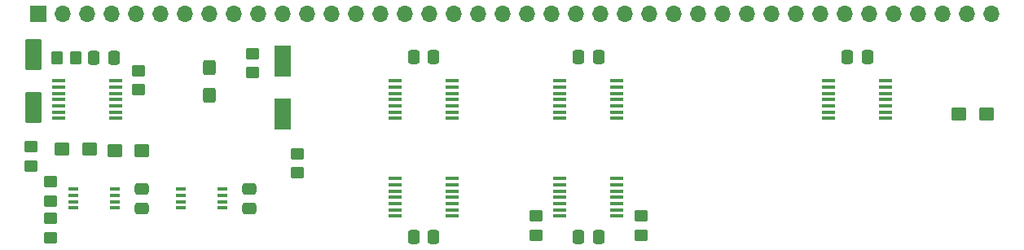
<source format=gbr>
%TF.GenerationSoftware,KiCad,Pcbnew,8.0.5*%
%TF.CreationDate,2025-02-16T00:46:45-05:00*%
%TF.ProjectId,C128A,43313238-412e-46b6-9963-61645f706362,rev?*%
%TF.SameCoordinates,Original*%
%TF.FileFunction,Soldermask,Top*%
%TF.FilePolarity,Negative*%
%FSLAX46Y46*%
G04 Gerber Fmt 4.6, Leading zero omitted, Abs format (unit mm)*
G04 Created by KiCad (PCBNEW 8.0.5) date 2025-02-16 00:46:45*
%MOMM*%
%LPD*%
G01*
G04 APERTURE LIST*
G04 Aperture macros list*
%AMRoundRect*
0 Rectangle with rounded corners*
0 $1 Rounding radius*
0 $2 $3 $4 $5 $6 $7 $8 $9 X,Y pos of 4 corners*
0 Add a 4 corners polygon primitive as box body*
4,1,4,$2,$3,$4,$5,$6,$7,$8,$9,$2,$3,0*
0 Add four circle primitives for the rounded corners*
1,1,$1+$1,$2,$3*
1,1,$1+$1,$4,$5*
1,1,$1+$1,$6,$7*
1,1,$1+$1,$8,$9*
0 Add four rect primitives between the rounded corners*
20,1,$1+$1,$2,$3,$4,$5,0*
20,1,$1+$1,$4,$5,$6,$7,0*
20,1,$1+$1,$6,$7,$8,$9,0*
20,1,$1+$1,$8,$9,$2,$3,0*%
G04 Aperture macros list end*
%ADD10RoundRect,0.250000X-0.450000X0.350000X-0.450000X-0.350000X0.450000X-0.350000X0.450000X0.350000X0*%
%ADD11RoundRect,0.250000X0.337500X0.475000X-0.337500X0.475000X-0.337500X-0.475000X0.337500X-0.475000X0*%
%ADD12RoundRect,0.250000X0.450000X-0.350000X0.450000X0.350000X-0.450000X0.350000X-0.450000X-0.350000X0*%
%ADD13RoundRect,0.250000X-0.537500X-0.425000X0.537500X-0.425000X0.537500X0.425000X-0.537500X0.425000X0*%
%ADD14R,1.700000X3.300000*%
%ADD15R,1.450000X0.450000*%
%ADD16RoundRect,0.250000X0.537500X0.425000X-0.537500X0.425000X-0.537500X-0.425000X0.537500X-0.425000X0*%
%ADD17R,1.700000X1.700000*%
%ADD18O,1.700000X1.700000*%
%ADD19RoundRect,0.250000X-0.475000X0.337500X-0.475000X-0.337500X0.475000X-0.337500X0.475000X0.337500X0*%
%ADD20RoundRect,0.250000X0.350000X0.450000X-0.350000X0.450000X-0.350000X-0.450000X0.350000X-0.450000X0*%
%ADD21R,1.100000X0.400000*%
%ADD22RoundRect,0.250000X0.425000X-0.537500X0.425000X0.537500X-0.425000X0.537500X-0.425000X-0.537500X0*%
%ADD23RoundRect,0.250000X-0.600000X1.400000X-0.600000X-1.400000X0.600000X-1.400000X0.600000X1.400000X0*%
G04 APERTURE END LIST*
D10*
%TO.C,R107*%
X99875500Y-104215000D03*
X99875500Y-106215000D03*
%TD*%
D11*
%TO.C,CU2*%
X184796500Y-91245000D03*
X182721500Y-91245000D03*
%TD*%
D12*
%TO.C,R94*%
X125593000Y-103294000D03*
X125593000Y-101294000D03*
%TD*%
D13*
%TO.C,C7*%
X101100000Y-100800000D03*
X103975000Y-100800000D03*
%TD*%
D12*
%TO.C,R12*%
X120894000Y-92880000D03*
X120894000Y-90880000D03*
%TD*%
D14*
%TO.C,D95*%
X124069000Y-97170000D03*
X124069000Y-91670000D03*
%TD*%
D12*
%TO.C,R108*%
X150358000Y-109771000D03*
X150358000Y-107771000D03*
%TD*%
%TO.C,R109*%
X161280000Y-109771000D03*
X161280000Y-107771000D03*
%TD*%
D15*
%TO.C,U5*%
X135724000Y-103900000D03*
X135724000Y-104550000D03*
X135724000Y-105200000D03*
X135724000Y-105850000D03*
X135724000Y-106500000D03*
X135724000Y-107150000D03*
X135724000Y-107800000D03*
X141624000Y-107800000D03*
X141624000Y-107150000D03*
X141624000Y-106500000D03*
X141624000Y-105850000D03*
X141624000Y-105200000D03*
X141624000Y-104550000D03*
X141624000Y-103900000D03*
%TD*%
D16*
%TO.C,C5*%
X197198000Y-97214000D03*
X194323000Y-97214000D03*
%TD*%
D17*
%TO.C,J2*%
X98669000Y-86800000D03*
D18*
X101209000Y-86800000D03*
X103749000Y-86800000D03*
X106289000Y-86800000D03*
X108829000Y-86800000D03*
X111369000Y-86800000D03*
X113909000Y-86800000D03*
X116449000Y-86800000D03*
X118989000Y-86800000D03*
X121529000Y-86800000D03*
X124069000Y-86800000D03*
X126609000Y-86800000D03*
X129149000Y-86800000D03*
X131689000Y-86800000D03*
X134229000Y-86800000D03*
X136769000Y-86800000D03*
X139309000Y-86800000D03*
X141849000Y-86800000D03*
X144389000Y-86800000D03*
X146929000Y-86800000D03*
X149469000Y-86800000D03*
X152009000Y-86800000D03*
X154549000Y-86800000D03*
X157089000Y-86800000D03*
X159629000Y-86800000D03*
X162169000Y-86800000D03*
X164709000Y-86800000D03*
X167249000Y-86800000D03*
X169789000Y-86800000D03*
X172329000Y-86800000D03*
X174869000Y-86800000D03*
X177409000Y-86800000D03*
X179949000Y-86800000D03*
X182489000Y-86800000D03*
X185029000Y-86800000D03*
X187569000Y-86800000D03*
X190109000Y-86800000D03*
X192649000Y-86800000D03*
X195189000Y-86800000D03*
X197729000Y-86800000D03*
%TD*%
D11*
%TO.C,CU6*%
X156856500Y-109977500D03*
X154781500Y-109977500D03*
%TD*%
D19*
%TO.C,CU8*%
X120576500Y-104939500D03*
X120576500Y-107014500D03*
%TD*%
D20*
%TO.C,R93*%
X102554500Y-91333000D03*
X100554500Y-91333000D03*
%TD*%
D21*
%TO.C,U7*%
X102297500Y-105002000D03*
X102297500Y-105652000D03*
X102297500Y-106302000D03*
X102297500Y-106952000D03*
X106597500Y-106952000D03*
X106597500Y-106302000D03*
X106597500Y-105652000D03*
X106597500Y-105002000D03*
%TD*%
D22*
%TO.C,C6*%
X116449000Y-95222500D03*
X116449000Y-92347500D03*
%TD*%
D11*
%TO.C,CU4*%
X106492000Y-91333000D03*
X104417000Y-91333000D03*
%TD*%
D15*
%TO.C,U4*%
X100799000Y-93740000D03*
X100799000Y-94390000D03*
X100799000Y-95040000D03*
X100799000Y-95690000D03*
X100799000Y-96340000D03*
X100799000Y-96990000D03*
X100799000Y-97640000D03*
X106699000Y-97640000D03*
X106699000Y-96990000D03*
X106699000Y-96340000D03*
X106699000Y-95690000D03*
X106699000Y-95040000D03*
X106699000Y-94390000D03*
X106699000Y-93740000D03*
%TD*%
D10*
%TO.C,R11*%
X109083000Y-92658000D03*
X109083000Y-94658000D03*
%TD*%
D23*
%TO.C,D103*%
X98154500Y-90983000D03*
X98154500Y-96483000D03*
%TD*%
D12*
%TO.C,R95*%
X97900000Y-102600000D03*
X97900000Y-100600000D03*
%TD*%
D15*
%TO.C,U2*%
X180809000Y-93740000D03*
X180809000Y-94390000D03*
X180809000Y-95040000D03*
X180809000Y-95690000D03*
X180809000Y-96340000D03*
X180809000Y-96990000D03*
X180809000Y-97640000D03*
X186709000Y-97640000D03*
X186709000Y-96990000D03*
X186709000Y-96340000D03*
X186709000Y-95690000D03*
X186709000Y-95040000D03*
X186709000Y-94390000D03*
X186709000Y-93740000D03*
%TD*%
D11*
%TO.C,CU1*%
X156856500Y-91245000D03*
X154781500Y-91245000D03*
%TD*%
D21*
%TO.C,U8*%
X113473500Y-105002000D03*
X113473500Y-105652000D03*
X113473500Y-106302000D03*
X113473500Y-106952000D03*
X117773500Y-106952000D03*
X117773500Y-106302000D03*
X117773500Y-105652000D03*
X117773500Y-105002000D03*
%TD*%
D11*
%TO.C,CU3*%
X139711500Y-91245000D03*
X137636500Y-91245000D03*
%TD*%
D13*
%TO.C,C9*%
X106562500Y-101000000D03*
X109437500Y-101000000D03*
%TD*%
D15*
%TO.C,U3*%
X135724000Y-93740000D03*
X135724000Y-94390000D03*
X135724000Y-95040000D03*
X135724000Y-95690000D03*
X135724000Y-96340000D03*
X135724000Y-96990000D03*
X135724000Y-97640000D03*
X141624000Y-97640000D03*
X141624000Y-96990000D03*
X141624000Y-96340000D03*
X141624000Y-95690000D03*
X141624000Y-95040000D03*
X141624000Y-94390000D03*
X141624000Y-93740000D03*
%TD*%
D10*
%TO.C,R97*%
X99875500Y-108025000D03*
X99875500Y-110025000D03*
%TD*%
D11*
%TO.C,CU5*%
X139711500Y-109977500D03*
X137636500Y-109977500D03*
%TD*%
D19*
%TO.C,CU7*%
X109400500Y-104939500D03*
X109400500Y-107014500D03*
%TD*%
D15*
%TO.C,U6*%
X152869000Y-103900000D03*
X152869000Y-104550000D03*
X152869000Y-105200000D03*
X152869000Y-105850000D03*
X152869000Y-106500000D03*
X152869000Y-107150000D03*
X152869000Y-107800000D03*
X158769000Y-107800000D03*
X158769000Y-107150000D03*
X158769000Y-106500000D03*
X158769000Y-105850000D03*
X158769000Y-105200000D03*
X158769000Y-104550000D03*
X158769000Y-103900000D03*
%TD*%
%TO.C,U1*%
X152869000Y-93740000D03*
X152869000Y-94390000D03*
X152869000Y-95040000D03*
X152869000Y-95690000D03*
X152869000Y-96340000D03*
X152869000Y-96990000D03*
X152869000Y-97640000D03*
X158769000Y-97640000D03*
X158769000Y-96990000D03*
X158769000Y-96340000D03*
X158769000Y-95690000D03*
X158769000Y-95040000D03*
X158769000Y-94390000D03*
X158769000Y-93740000D03*
%TD*%
M02*

</source>
